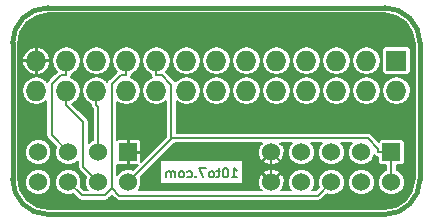
<source format=gbl>
%FSLAX34Y34*%
G04 Gerber Fmt 3.4, Leading zero omitted, Abs format*
G04 (created by PCBNEW (2014-03-19 BZR 4756)-product) date Tue 03 Jun 2014 23:20:07 BST*
%MOIN*%
G01*
G70*
G90*
G04 APERTURE LIST*
%ADD10C,0.005906*%
%ADD11C,0.015000*%
%ADD12C,0.007875*%
%ADD13R,0.060000X0.060000*%
%ADD14C,0.060000*%
%ADD15R,0.068000X0.068000*%
%ADD16O,0.068000X0.068000*%
%ADD17C,0.008000*%
%ADD18C,0.007087*%
G04 APERTURE END LIST*
G54D10*
G54D11*
X56535Y-39566D02*
X67756Y-39566D01*
X55354Y-45275D02*
X55354Y-40747D01*
X56535Y-46456D02*
X67756Y-46456D01*
X68937Y-45275D02*
X68937Y-40747D01*
X55354Y-45275D02*
G75*
G03X56535Y-46456I1181J0D01*
G74*
G01*
X56535Y-39566D02*
G75*
G03X55354Y-40747I0J-1181D01*
G74*
G01*
X67756Y-46456D02*
G75*
G03X68937Y-45275I0J1181D01*
G74*
G01*
X68937Y-40747D02*
G75*
G03X67756Y-39566I-1181J0D01*
G74*
G01*
G54D12*
X62659Y-45220D02*
X62839Y-45220D01*
X62749Y-45220D02*
X62749Y-44905D01*
X62779Y-44950D01*
X62809Y-44980D01*
X62839Y-44995D01*
X62464Y-44905D02*
X62434Y-44905D01*
X62404Y-44920D01*
X62389Y-44935D01*
X62374Y-44965D01*
X62359Y-45025D01*
X62359Y-45100D01*
X62374Y-45160D01*
X62389Y-45190D01*
X62404Y-45205D01*
X62434Y-45220D01*
X62464Y-45220D01*
X62494Y-45205D01*
X62509Y-45190D01*
X62524Y-45160D01*
X62539Y-45100D01*
X62539Y-45025D01*
X62524Y-44965D01*
X62509Y-44935D01*
X62494Y-44920D01*
X62464Y-44905D01*
X62269Y-45010D02*
X62149Y-45010D01*
X62224Y-44905D02*
X62224Y-45175D01*
X62209Y-45205D01*
X62179Y-45220D01*
X62149Y-45220D01*
X61999Y-45220D02*
X62029Y-45205D01*
X62044Y-45190D01*
X62059Y-45160D01*
X62059Y-45070D01*
X62044Y-45040D01*
X62029Y-45025D01*
X61999Y-45010D01*
X61954Y-45010D01*
X61924Y-45025D01*
X61909Y-45040D01*
X61894Y-45070D01*
X61894Y-45160D01*
X61909Y-45190D01*
X61924Y-45205D01*
X61954Y-45220D01*
X61999Y-45220D01*
X61789Y-44905D02*
X61579Y-44905D01*
X61714Y-45220D01*
X61459Y-45190D02*
X61444Y-45205D01*
X61459Y-45220D01*
X61474Y-45205D01*
X61459Y-45190D01*
X61459Y-45220D01*
X61174Y-45205D02*
X61204Y-45220D01*
X61264Y-45220D01*
X61294Y-45205D01*
X61309Y-45190D01*
X61324Y-45160D01*
X61324Y-45070D01*
X61309Y-45040D01*
X61294Y-45025D01*
X61264Y-45010D01*
X61204Y-45010D01*
X61174Y-45025D01*
X60994Y-45220D02*
X61024Y-45205D01*
X61039Y-45190D01*
X61054Y-45160D01*
X61054Y-45070D01*
X61039Y-45040D01*
X61024Y-45025D01*
X60994Y-45010D01*
X60949Y-45010D01*
X60919Y-45025D01*
X60904Y-45040D01*
X60889Y-45070D01*
X60889Y-45160D01*
X60904Y-45190D01*
X60919Y-45205D01*
X60949Y-45220D01*
X60994Y-45220D01*
X60754Y-45220D02*
X60754Y-45010D01*
X60754Y-45040D02*
X60739Y-45025D01*
X60709Y-45010D01*
X60664Y-45010D01*
X60634Y-45025D01*
X60619Y-45055D01*
X60619Y-45220D01*
X60619Y-45055D02*
X60604Y-45025D01*
X60574Y-45010D01*
X60529Y-45010D01*
X60499Y-45025D01*
X60484Y-45055D01*
X60484Y-45220D01*
G54D13*
X59216Y-44381D03*
G54D14*
X59216Y-45381D03*
X58216Y-44381D03*
X58216Y-45381D03*
X57216Y-44381D03*
X57216Y-45381D03*
X56216Y-44381D03*
X56216Y-45381D03*
G54D15*
X68146Y-41330D03*
G54D16*
X68146Y-42330D03*
X67146Y-41330D03*
X67146Y-42330D03*
X66146Y-41330D03*
X66146Y-42330D03*
X65146Y-41330D03*
X65146Y-42330D03*
X64146Y-41330D03*
X64146Y-42330D03*
X63146Y-41330D03*
X63146Y-42330D03*
X62146Y-41330D03*
X62146Y-42330D03*
X61146Y-41330D03*
X61146Y-42330D03*
X60146Y-41330D03*
X60146Y-42330D03*
X59146Y-41330D03*
X59146Y-42330D03*
X58146Y-41330D03*
X58146Y-42330D03*
X57146Y-41330D03*
X57146Y-42330D03*
X56146Y-41330D03*
X56146Y-42330D03*
G54D13*
X67984Y-44381D03*
G54D14*
X67984Y-45381D03*
X66984Y-44381D03*
X66984Y-45381D03*
X65984Y-44381D03*
X65984Y-45381D03*
X64984Y-44381D03*
X64984Y-45381D03*
X63984Y-44381D03*
X63984Y-45381D03*
G54D17*
X58216Y-42881D02*
X58216Y-44381D01*
X58146Y-42810D02*
X58216Y-42881D01*
X58146Y-42330D02*
X58146Y-42810D01*
X57716Y-44881D02*
X58216Y-45381D01*
X57716Y-43381D02*
X57716Y-44881D01*
X57146Y-42810D02*
X57716Y-43381D01*
X57146Y-42330D02*
X57146Y-42810D01*
X59146Y-41330D02*
X59146Y-41810D01*
X58913Y-45828D02*
X58665Y-45581D01*
X65537Y-45828D02*
X58913Y-45828D01*
X65984Y-45381D02*
X65537Y-45828D01*
X58665Y-42110D02*
X58665Y-45581D01*
X58965Y-41810D02*
X58665Y-42110D01*
X59146Y-41810D02*
X58965Y-41810D01*
X57659Y-45823D02*
X57216Y-45381D01*
X58423Y-45823D02*
X57659Y-45823D01*
X58665Y-45581D02*
X58423Y-45823D01*
X56657Y-43821D02*
X57216Y-44381D01*
X56657Y-42119D02*
X56657Y-43821D01*
X56966Y-41810D02*
X56657Y-42119D01*
X57146Y-41810D02*
X56966Y-41810D01*
X57146Y-41330D02*
X57146Y-41810D01*
X60146Y-41330D02*
X60146Y-41810D01*
X67984Y-45381D02*
X67984Y-44381D01*
X67187Y-43914D02*
X60646Y-43914D01*
X67544Y-44271D02*
X67187Y-43914D01*
X67544Y-44381D02*
X67544Y-44271D01*
X60646Y-42130D02*
X60646Y-43914D01*
X60326Y-41810D02*
X60646Y-42130D01*
X60146Y-41810D02*
X60326Y-41810D01*
X60646Y-43952D02*
X59216Y-45381D01*
X60646Y-43914D02*
X60646Y-43952D01*
X67984Y-44381D02*
X67544Y-44381D01*
X63984Y-45381D02*
X63984Y-44381D01*
X56626Y-41131D02*
X56626Y-41330D01*
X56915Y-40842D02*
X56626Y-41131D01*
X59337Y-40842D02*
X56915Y-40842D01*
X59646Y-41150D02*
X59337Y-40842D01*
X59646Y-43512D02*
X59646Y-41150D01*
X59216Y-43941D02*
X59646Y-43512D01*
X59216Y-44381D02*
X59216Y-43941D01*
X56146Y-41330D02*
X56626Y-41330D01*
G54D10*
G36*
X68756Y-45257D02*
X68676Y-45656D01*
X68630Y-45725D01*
X68630Y-42330D01*
X68621Y-42283D01*
X68621Y-41697D01*
X68621Y-41643D01*
X68621Y-40963D01*
X68600Y-40913D01*
X68562Y-40875D01*
X68513Y-40854D01*
X68459Y-40854D01*
X67779Y-40854D01*
X67729Y-40875D01*
X67691Y-40913D01*
X67670Y-40963D01*
X67670Y-41017D01*
X67670Y-41697D01*
X67691Y-41747D01*
X67729Y-41785D01*
X67779Y-41805D01*
X67833Y-41805D01*
X68513Y-41805D01*
X68562Y-41785D01*
X68600Y-41747D01*
X68621Y-41697D01*
X68621Y-42283D01*
X68594Y-42148D01*
X68491Y-41994D01*
X68337Y-41891D01*
X68155Y-41854D01*
X68136Y-41854D01*
X67954Y-41891D01*
X67800Y-41994D01*
X67697Y-42148D01*
X67661Y-42330D01*
X67697Y-42512D01*
X67800Y-42666D01*
X67954Y-42769D01*
X68136Y-42805D01*
X68155Y-42805D01*
X68337Y-42769D01*
X68491Y-42666D01*
X68594Y-42512D01*
X68630Y-42330D01*
X68630Y-45725D01*
X68460Y-45979D01*
X68420Y-46006D01*
X68420Y-45295D01*
X68354Y-45135D01*
X68231Y-45012D01*
X68160Y-44982D01*
X68160Y-44816D01*
X68311Y-44816D01*
X68361Y-44796D01*
X68399Y-44758D01*
X68420Y-44708D01*
X68420Y-44654D01*
X68420Y-44054D01*
X68399Y-44004D01*
X68361Y-43966D01*
X68311Y-43946D01*
X68257Y-43946D01*
X67657Y-43946D01*
X67630Y-43957D01*
X67630Y-42330D01*
X67630Y-41330D01*
X67594Y-41148D01*
X67491Y-40994D01*
X67337Y-40891D01*
X67155Y-40854D01*
X67136Y-40854D01*
X66954Y-40891D01*
X66800Y-40994D01*
X66697Y-41148D01*
X66661Y-41330D01*
X66697Y-41512D01*
X66800Y-41666D01*
X66954Y-41769D01*
X67136Y-41805D01*
X67155Y-41805D01*
X67337Y-41769D01*
X67491Y-41666D01*
X67594Y-41512D01*
X67630Y-41330D01*
X67630Y-42330D01*
X67594Y-42148D01*
X67491Y-41994D01*
X67337Y-41891D01*
X67155Y-41854D01*
X67136Y-41854D01*
X66954Y-41891D01*
X66800Y-41994D01*
X66697Y-42148D01*
X66661Y-42330D01*
X66697Y-42512D01*
X66800Y-42666D01*
X66954Y-42769D01*
X67136Y-42805D01*
X67155Y-42805D01*
X67337Y-42769D01*
X67491Y-42666D01*
X67594Y-42512D01*
X67630Y-42330D01*
X67630Y-43957D01*
X67607Y-43966D01*
X67569Y-44004D01*
X67556Y-44035D01*
X67311Y-43790D01*
X67254Y-43752D01*
X67187Y-43739D01*
X66630Y-43739D01*
X66630Y-42330D01*
X66630Y-41330D01*
X66594Y-41148D01*
X66491Y-40994D01*
X66337Y-40891D01*
X66155Y-40854D01*
X66136Y-40854D01*
X65954Y-40891D01*
X65800Y-40994D01*
X65697Y-41148D01*
X65661Y-41330D01*
X65697Y-41512D01*
X65800Y-41666D01*
X65954Y-41769D01*
X66136Y-41805D01*
X66155Y-41805D01*
X66337Y-41769D01*
X66491Y-41666D01*
X66594Y-41512D01*
X66630Y-41330D01*
X66630Y-42330D01*
X66594Y-42148D01*
X66491Y-41994D01*
X66337Y-41891D01*
X66155Y-41854D01*
X66136Y-41854D01*
X65954Y-41891D01*
X65800Y-41994D01*
X65697Y-42148D01*
X65661Y-42330D01*
X65697Y-42512D01*
X65800Y-42666D01*
X65954Y-42769D01*
X66136Y-42805D01*
X66155Y-42805D01*
X66337Y-42769D01*
X66491Y-42666D01*
X66594Y-42512D01*
X66630Y-42330D01*
X66630Y-43739D01*
X65630Y-43739D01*
X65630Y-42330D01*
X65630Y-41330D01*
X65594Y-41148D01*
X65491Y-40994D01*
X65337Y-40891D01*
X65155Y-40854D01*
X65136Y-40854D01*
X64954Y-40891D01*
X64800Y-40994D01*
X64697Y-41148D01*
X64661Y-41330D01*
X64697Y-41512D01*
X64800Y-41666D01*
X64954Y-41769D01*
X65136Y-41805D01*
X65155Y-41805D01*
X65337Y-41769D01*
X65491Y-41666D01*
X65594Y-41512D01*
X65630Y-41330D01*
X65630Y-42330D01*
X65594Y-42148D01*
X65491Y-41994D01*
X65337Y-41891D01*
X65155Y-41854D01*
X65136Y-41854D01*
X64954Y-41891D01*
X64800Y-41994D01*
X64697Y-42148D01*
X64661Y-42330D01*
X64697Y-42512D01*
X64800Y-42666D01*
X64954Y-42769D01*
X65136Y-42805D01*
X65155Y-42805D01*
X65337Y-42769D01*
X65491Y-42666D01*
X65594Y-42512D01*
X65630Y-42330D01*
X65630Y-43739D01*
X64630Y-43739D01*
X64630Y-42330D01*
X64630Y-41330D01*
X64594Y-41148D01*
X64491Y-40994D01*
X64337Y-40891D01*
X64155Y-40854D01*
X64136Y-40854D01*
X63954Y-40891D01*
X63800Y-40994D01*
X63697Y-41148D01*
X63661Y-41330D01*
X63697Y-41512D01*
X63800Y-41666D01*
X63954Y-41769D01*
X64136Y-41805D01*
X64155Y-41805D01*
X64337Y-41769D01*
X64491Y-41666D01*
X64594Y-41512D01*
X64630Y-41330D01*
X64630Y-42330D01*
X64594Y-42148D01*
X64491Y-41994D01*
X64337Y-41891D01*
X64155Y-41854D01*
X64136Y-41854D01*
X63954Y-41891D01*
X63800Y-41994D01*
X63697Y-42148D01*
X63661Y-42330D01*
X63697Y-42512D01*
X63800Y-42666D01*
X63954Y-42769D01*
X64136Y-42805D01*
X64155Y-42805D01*
X64337Y-42769D01*
X64491Y-42666D01*
X64594Y-42512D01*
X64630Y-42330D01*
X64630Y-43739D01*
X63630Y-43739D01*
X63630Y-42330D01*
X63630Y-41330D01*
X63594Y-41148D01*
X63491Y-40994D01*
X63337Y-40891D01*
X63155Y-40854D01*
X63136Y-40854D01*
X62954Y-40891D01*
X62800Y-40994D01*
X62697Y-41148D01*
X62661Y-41330D01*
X62697Y-41512D01*
X62800Y-41666D01*
X62954Y-41769D01*
X63136Y-41805D01*
X63155Y-41805D01*
X63337Y-41769D01*
X63491Y-41666D01*
X63594Y-41512D01*
X63630Y-41330D01*
X63630Y-42330D01*
X63594Y-42148D01*
X63491Y-41994D01*
X63337Y-41891D01*
X63155Y-41854D01*
X63136Y-41854D01*
X62954Y-41891D01*
X62800Y-41994D01*
X62697Y-42148D01*
X62661Y-42330D01*
X62697Y-42512D01*
X62800Y-42666D01*
X62954Y-42769D01*
X63136Y-42805D01*
X63155Y-42805D01*
X63337Y-42769D01*
X63491Y-42666D01*
X63594Y-42512D01*
X63630Y-42330D01*
X63630Y-43739D01*
X62630Y-43739D01*
X62630Y-42330D01*
X62630Y-41330D01*
X62594Y-41148D01*
X62491Y-40994D01*
X62337Y-40891D01*
X62155Y-40854D01*
X62136Y-40854D01*
X61954Y-40891D01*
X61800Y-40994D01*
X61697Y-41148D01*
X61661Y-41330D01*
X61697Y-41512D01*
X61800Y-41666D01*
X61954Y-41769D01*
X62136Y-41805D01*
X62155Y-41805D01*
X62337Y-41769D01*
X62491Y-41666D01*
X62594Y-41512D01*
X62630Y-41330D01*
X62630Y-42330D01*
X62594Y-42148D01*
X62491Y-41994D01*
X62337Y-41891D01*
X62155Y-41854D01*
X62136Y-41854D01*
X61954Y-41891D01*
X61800Y-41994D01*
X61697Y-42148D01*
X61661Y-42330D01*
X61697Y-42512D01*
X61800Y-42666D01*
X61954Y-42769D01*
X62136Y-42805D01*
X62155Y-42805D01*
X62337Y-42769D01*
X62491Y-42666D01*
X62594Y-42512D01*
X62630Y-42330D01*
X62630Y-43739D01*
X60821Y-43739D01*
X60821Y-42680D01*
X60954Y-42769D01*
X61136Y-42805D01*
X61155Y-42805D01*
X61337Y-42769D01*
X61491Y-42666D01*
X61594Y-42512D01*
X61630Y-42330D01*
X61630Y-41330D01*
X61594Y-41148D01*
X61491Y-40994D01*
X61337Y-40891D01*
X61155Y-40854D01*
X61136Y-40854D01*
X60954Y-40891D01*
X60800Y-40994D01*
X60697Y-41148D01*
X60661Y-41330D01*
X60697Y-41512D01*
X60800Y-41666D01*
X60954Y-41769D01*
X61136Y-41805D01*
X61155Y-41805D01*
X61337Y-41769D01*
X61491Y-41666D01*
X61594Y-41512D01*
X61630Y-41330D01*
X61630Y-42330D01*
X61594Y-42148D01*
X61491Y-41994D01*
X61337Y-41891D01*
X61155Y-41854D01*
X61136Y-41854D01*
X60954Y-41891D01*
X60800Y-41994D01*
X60781Y-42023D01*
X60770Y-42006D01*
X60454Y-41691D01*
X60491Y-41666D01*
X60594Y-41512D01*
X60630Y-41330D01*
X60594Y-41148D01*
X60491Y-40994D01*
X60337Y-40891D01*
X60155Y-40854D01*
X60136Y-40854D01*
X59954Y-40891D01*
X59800Y-40994D01*
X59697Y-41148D01*
X59661Y-41330D01*
X59697Y-41512D01*
X59800Y-41666D01*
X59954Y-41769D01*
X59970Y-41772D01*
X59970Y-41810D01*
X59983Y-41877D01*
X59988Y-41884D01*
X59954Y-41891D01*
X59800Y-41994D01*
X59697Y-42148D01*
X59661Y-42330D01*
X59697Y-42512D01*
X59800Y-42666D01*
X59954Y-42769D01*
X60136Y-42805D01*
X60155Y-42805D01*
X60337Y-42769D01*
X60470Y-42680D01*
X60470Y-43879D01*
X59650Y-44699D01*
X59650Y-44654D01*
X59650Y-44428D01*
X59650Y-44334D01*
X59650Y-44108D01*
X59650Y-44054D01*
X59630Y-44005D01*
X59592Y-43968D01*
X59543Y-43947D01*
X59264Y-43947D01*
X59230Y-43981D01*
X59230Y-44367D01*
X59617Y-44367D01*
X59650Y-44334D01*
X59650Y-44428D01*
X59617Y-44395D01*
X59230Y-44395D01*
X59230Y-44781D01*
X59264Y-44815D01*
X59534Y-44815D01*
X59374Y-44975D01*
X59303Y-44946D01*
X59130Y-44945D01*
X58970Y-45012D01*
X58848Y-45134D01*
X58841Y-45150D01*
X58841Y-44795D01*
X58890Y-44815D01*
X59169Y-44815D01*
X59203Y-44781D01*
X59203Y-44395D01*
X59195Y-44395D01*
X59195Y-44367D01*
X59203Y-44367D01*
X59203Y-43981D01*
X59169Y-43947D01*
X58890Y-43947D01*
X58841Y-43967D01*
X58841Y-42693D01*
X58954Y-42769D01*
X59136Y-42805D01*
X59155Y-42805D01*
X59337Y-42769D01*
X59491Y-42666D01*
X59594Y-42512D01*
X59630Y-42330D01*
X59594Y-42148D01*
X59491Y-41994D01*
X59337Y-41891D01*
X59303Y-41884D01*
X59308Y-41877D01*
X59321Y-41810D01*
X59321Y-41772D01*
X59337Y-41769D01*
X59491Y-41666D01*
X59594Y-41512D01*
X59630Y-41330D01*
X59594Y-41148D01*
X59491Y-40994D01*
X59337Y-40891D01*
X59155Y-40854D01*
X59136Y-40854D01*
X58954Y-40891D01*
X58800Y-40994D01*
X58697Y-41148D01*
X58661Y-41330D01*
X58697Y-41512D01*
X58800Y-41666D01*
X58837Y-41691D01*
X58630Y-41897D01*
X58630Y-41330D01*
X58594Y-41148D01*
X58491Y-40994D01*
X58337Y-40891D01*
X58155Y-40854D01*
X58136Y-40854D01*
X57954Y-40891D01*
X57800Y-40994D01*
X57697Y-41148D01*
X57661Y-41330D01*
X57697Y-41512D01*
X57800Y-41666D01*
X57954Y-41769D01*
X58136Y-41805D01*
X58155Y-41805D01*
X58337Y-41769D01*
X58491Y-41666D01*
X58594Y-41512D01*
X58630Y-41330D01*
X58630Y-41897D01*
X58541Y-41986D01*
X58514Y-42027D01*
X58491Y-41994D01*
X58337Y-41891D01*
X58155Y-41854D01*
X58136Y-41854D01*
X57954Y-41891D01*
X57800Y-41994D01*
X57697Y-42148D01*
X57661Y-42330D01*
X57697Y-42512D01*
X57800Y-42666D01*
X57954Y-42769D01*
X57970Y-42772D01*
X57970Y-42810D01*
X57983Y-42877D01*
X58022Y-42934D01*
X58041Y-42953D01*
X58041Y-43982D01*
X57970Y-44012D01*
X57892Y-44090D01*
X57892Y-43381D01*
X57892Y-43381D01*
X57892Y-43381D01*
X57879Y-43314D01*
X57840Y-43257D01*
X57346Y-42763D01*
X57491Y-42666D01*
X57594Y-42512D01*
X57630Y-42330D01*
X57594Y-42148D01*
X57491Y-41994D01*
X57337Y-41891D01*
X57303Y-41884D01*
X57308Y-41877D01*
X57321Y-41810D01*
X57321Y-41772D01*
X57337Y-41769D01*
X57491Y-41666D01*
X57594Y-41512D01*
X57630Y-41330D01*
X57594Y-41148D01*
X57491Y-40994D01*
X57337Y-40891D01*
X57155Y-40854D01*
X57136Y-40854D01*
X56954Y-40891D01*
X56800Y-40994D01*
X56697Y-41148D01*
X56661Y-41330D01*
X56697Y-41512D01*
X56800Y-41666D01*
X56837Y-41691D01*
X56611Y-41916D01*
X56611Y-41418D01*
X56611Y-41242D01*
X56609Y-41233D01*
X56537Y-41063D01*
X56405Y-40933D01*
X56233Y-40864D01*
X56159Y-40890D01*
X56159Y-41316D01*
X56586Y-41316D01*
X56611Y-41242D01*
X56611Y-41418D01*
X56586Y-41344D01*
X56159Y-41344D01*
X56159Y-41770D01*
X56233Y-41795D01*
X56405Y-41726D01*
X56537Y-41597D01*
X56609Y-41427D01*
X56611Y-41418D01*
X56611Y-41916D01*
X56533Y-41995D01*
X56512Y-42025D01*
X56491Y-41994D01*
X56337Y-41891D01*
X56155Y-41854D01*
X56136Y-41854D01*
X56132Y-41855D01*
X56132Y-41770D01*
X56132Y-41344D01*
X56132Y-41316D01*
X56132Y-40890D01*
X56058Y-40864D01*
X55886Y-40933D01*
X55754Y-41063D01*
X55682Y-41233D01*
X55680Y-41242D01*
X55705Y-41316D01*
X56132Y-41316D01*
X56132Y-41344D01*
X55705Y-41344D01*
X55680Y-41418D01*
X55682Y-41427D01*
X55754Y-41597D01*
X55886Y-41726D01*
X56058Y-41795D01*
X56132Y-41770D01*
X56132Y-41855D01*
X55954Y-41891D01*
X55800Y-41994D01*
X55697Y-42148D01*
X55661Y-42330D01*
X55697Y-42512D01*
X55800Y-42666D01*
X55954Y-42769D01*
X56136Y-42805D01*
X56155Y-42805D01*
X56337Y-42769D01*
X56481Y-42673D01*
X56481Y-43821D01*
X56495Y-43888D01*
X56533Y-43945D01*
X56810Y-44223D01*
X56781Y-44294D01*
X56781Y-44467D01*
X56847Y-44627D01*
X56969Y-44750D01*
X57129Y-44816D01*
X57303Y-44817D01*
X57463Y-44750D01*
X57541Y-44672D01*
X57541Y-44881D01*
X57554Y-44948D01*
X57592Y-45005D01*
X57810Y-45223D01*
X57781Y-45294D01*
X57781Y-45467D01*
X57847Y-45627D01*
X57867Y-45648D01*
X57731Y-45648D01*
X57622Y-45539D01*
X57652Y-45468D01*
X57652Y-45295D01*
X57586Y-45135D01*
X57463Y-45012D01*
X57303Y-44946D01*
X57130Y-44945D01*
X56970Y-45012D01*
X56848Y-45134D01*
X56781Y-45294D01*
X56781Y-45467D01*
X56847Y-45627D01*
X56969Y-45750D01*
X57129Y-45816D01*
X57303Y-45817D01*
X57374Y-45787D01*
X57535Y-45947D01*
X57591Y-45985D01*
X57659Y-45999D01*
X58423Y-45999D01*
X58490Y-45985D01*
X58547Y-45947D01*
X58665Y-45829D01*
X58789Y-45952D01*
X58789Y-45952D01*
X58789Y-45952D01*
X58846Y-45990D01*
X58846Y-45990D01*
X58857Y-45992D01*
X58913Y-46003D01*
X58913Y-46003D01*
X58913Y-46003D01*
X65537Y-46003D01*
X65604Y-45990D01*
X65661Y-45952D01*
X65826Y-45787D01*
X65897Y-45816D01*
X66070Y-45817D01*
X66230Y-45750D01*
X66353Y-45628D01*
X66420Y-45468D01*
X66420Y-45295D01*
X66354Y-45135D01*
X66231Y-45012D01*
X66071Y-44946D01*
X65898Y-44945D01*
X65738Y-45012D01*
X65615Y-45134D01*
X65549Y-45294D01*
X65549Y-45467D01*
X65578Y-45539D01*
X65465Y-45652D01*
X65329Y-45652D01*
X65353Y-45628D01*
X65420Y-45468D01*
X65420Y-45295D01*
X65354Y-45135D01*
X65231Y-45012D01*
X65071Y-44946D01*
X64898Y-44945D01*
X64738Y-45012D01*
X64615Y-45134D01*
X64549Y-45294D01*
X64549Y-45467D01*
X64615Y-45627D01*
X64640Y-45652D01*
X64300Y-45652D01*
X64350Y-45630D01*
X64417Y-45471D01*
X64419Y-45298D01*
X64354Y-45138D01*
X64350Y-45132D01*
X64283Y-45102D01*
X64263Y-45121D01*
X64263Y-45082D01*
X64263Y-44680D01*
X63984Y-44400D01*
X63965Y-44420D01*
X63705Y-44680D01*
X63735Y-44747D01*
X63894Y-44814D01*
X64067Y-44816D01*
X64227Y-44751D01*
X64233Y-44747D01*
X64263Y-44680D01*
X64263Y-45082D01*
X64233Y-45015D01*
X64074Y-44948D01*
X63901Y-44946D01*
X63741Y-45011D01*
X63735Y-45015D01*
X63705Y-45082D01*
X63984Y-45362D01*
X64263Y-45082D01*
X64263Y-45121D01*
X64004Y-45381D01*
X64009Y-45387D01*
X63990Y-45406D01*
X63984Y-45400D01*
X63979Y-45406D01*
X63959Y-45387D01*
X63965Y-45381D01*
X63685Y-45102D01*
X63618Y-45132D01*
X63551Y-45291D01*
X63550Y-45464D01*
X63614Y-45624D01*
X63618Y-45630D01*
X63668Y-45652D01*
X63044Y-45652D01*
X63044Y-45444D01*
X63044Y-44633D01*
X60263Y-44633D01*
X60263Y-45444D01*
X63044Y-45444D01*
X63044Y-45652D01*
X59561Y-45652D01*
X59585Y-45628D01*
X59652Y-45468D01*
X59652Y-45295D01*
X59622Y-45223D01*
X60756Y-44090D01*
X63673Y-44090D01*
X63685Y-44102D01*
X63618Y-44132D01*
X63551Y-44291D01*
X63550Y-44464D01*
X63614Y-44624D01*
X63618Y-44630D01*
X63685Y-44660D01*
X63965Y-44381D01*
X63959Y-44375D01*
X63979Y-44356D01*
X63984Y-44362D01*
X63990Y-44356D01*
X64009Y-44375D01*
X64004Y-44381D01*
X64283Y-44660D01*
X64350Y-44630D01*
X64417Y-44471D01*
X64419Y-44298D01*
X64354Y-44138D01*
X64350Y-44132D01*
X64283Y-44102D01*
X64295Y-44090D01*
X64660Y-44090D01*
X64615Y-44134D01*
X64549Y-44294D01*
X64549Y-44467D01*
X64615Y-44627D01*
X64737Y-44750D01*
X64897Y-44816D01*
X65070Y-44817D01*
X65230Y-44750D01*
X65353Y-44628D01*
X65420Y-44468D01*
X65420Y-44295D01*
X65354Y-44135D01*
X65308Y-44090D01*
X65660Y-44090D01*
X65615Y-44134D01*
X65549Y-44294D01*
X65549Y-44467D01*
X65615Y-44627D01*
X65737Y-44750D01*
X65897Y-44816D01*
X66070Y-44817D01*
X66230Y-44750D01*
X66353Y-44628D01*
X66420Y-44468D01*
X66420Y-44295D01*
X66354Y-44135D01*
X66308Y-44090D01*
X66660Y-44090D01*
X66615Y-44134D01*
X66549Y-44294D01*
X66549Y-44467D01*
X66615Y-44627D01*
X66737Y-44750D01*
X66897Y-44816D01*
X67070Y-44817D01*
X67230Y-44750D01*
X67353Y-44628D01*
X67410Y-44490D01*
X67420Y-44505D01*
X67477Y-44543D01*
X67544Y-44556D01*
X67549Y-44556D01*
X67549Y-44708D01*
X67569Y-44758D01*
X67607Y-44796D01*
X67657Y-44816D01*
X67711Y-44816D01*
X67809Y-44816D01*
X67809Y-44982D01*
X67738Y-45012D01*
X67615Y-45134D01*
X67549Y-45294D01*
X67549Y-45467D01*
X67615Y-45627D01*
X67737Y-45750D01*
X67897Y-45816D01*
X68070Y-45817D01*
X68230Y-45750D01*
X68353Y-45628D01*
X68420Y-45468D01*
X68420Y-45295D01*
X68420Y-46006D01*
X68137Y-46195D01*
X67738Y-46275D01*
X67420Y-46275D01*
X67420Y-45295D01*
X67354Y-45135D01*
X67231Y-45012D01*
X67071Y-44946D01*
X66898Y-44945D01*
X66738Y-45012D01*
X66615Y-45134D01*
X66549Y-45294D01*
X66549Y-45467D01*
X66615Y-45627D01*
X66737Y-45750D01*
X66897Y-45816D01*
X67070Y-45817D01*
X67230Y-45750D01*
X67353Y-45628D01*
X67420Y-45468D01*
X67420Y-45295D01*
X67420Y-46275D01*
X56652Y-46275D01*
X56652Y-45295D01*
X56652Y-44295D01*
X56586Y-44135D01*
X56463Y-44012D01*
X56303Y-43946D01*
X56130Y-43945D01*
X55970Y-44012D01*
X55848Y-44134D01*
X55781Y-44294D01*
X55781Y-44467D01*
X55847Y-44627D01*
X55969Y-44750D01*
X56129Y-44816D01*
X56303Y-44817D01*
X56463Y-44750D01*
X56585Y-44628D01*
X56652Y-44468D01*
X56652Y-44295D01*
X56652Y-45295D01*
X56586Y-45135D01*
X56463Y-45012D01*
X56303Y-44946D01*
X56130Y-44945D01*
X55970Y-45012D01*
X55848Y-45134D01*
X55781Y-45294D01*
X55781Y-45467D01*
X55847Y-45627D01*
X55969Y-45750D01*
X56129Y-45816D01*
X56303Y-45817D01*
X56463Y-45750D01*
X56585Y-45628D01*
X56652Y-45468D01*
X56652Y-45295D01*
X56652Y-46275D01*
X56553Y-46275D01*
X56154Y-46195D01*
X55831Y-45979D01*
X55615Y-45656D01*
X55536Y-45257D01*
X55536Y-40765D01*
X55615Y-40366D01*
X55831Y-40043D01*
X56154Y-39827D01*
X56553Y-39747D01*
X67738Y-39747D01*
X68137Y-39827D01*
X68460Y-40043D01*
X68676Y-40366D01*
X68756Y-40765D01*
X68756Y-45257D01*
X68756Y-45257D01*
G37*
G54D18*
X68756Y-45257D02*
X68676Y-45656D01*
X68630Y-45725D01*
X68630Y-42330D01*
X68621Y-42283D01*
X68621Y-41697D01*
X68621Y-41643D01*
X68621Y-40963D01*
X68600Y-40913D01*
X68562Y-40875D01*
X68513Y-40854D01*
X68459Y-40854D01*
X67779Y-40854D01*
X67729Y-40875D01*
X67691Y-40913D01*
X67670Y-40963D01*
X67670Y-41017D01*
X67670Y-41697D01*
X67691Y-41747D01*
X67729Y-41785D01*
X67779Y-41805D01*
X67833Y-41805D01*
X68513Y-41805D01*
X68562Y-41785D01*
X68600Y-41747D01*
X68621Y-41697D01*
X68621Y-42283D01*
X68594Y-42148D01*
X68491Y-41994D01*
X68337Y-41891D01*
X68155Y-41854D01*
X68136Y-41854D01*
X67954Y-41891D01*
X67800Y-41994D01*
X67697Y-42148D01*
X67661Y-42330D01*
X67697Y-42512D01*
X67800Y-42666D01*
X67954Y-42769D01*
X68136Y-42805D01*
X68155Y-42805D01*
X68337Y-42769D01*
X68491Y-42666D01*
X68594Y-42512D01*
X68630Y-42330D01*
X68630Y-45725D01*
X68460Y-45979D01*
X68420Y-46006D01*
X68420Y-45295D01*
X68354Y-45135D01*
X68231Y-45012D01*
X68160Y-44982D01*
X68160Y-44816D01*
X68311Y-44816D01*
X68361Y-44796D01*
X68399Y-44758D01*
X68420Y-44708D01*
X68420Y-44654D01*
X68420Y-44054D01*
X68399Y-44004D01*
X68361Y-43966D01*
X68311Y-43946D01*
X68257Y-43946D01*
X67657Y-43946D01*
X67630Y-43957D01*
X67630Y-42330D01*
X67630Y-41330D01*
X67594Y-41148D01*
X67491Y-40994D01*
X67337Y-40891D01*
X67155Y-40854D01*
X67136Y-40854D01*
X66954Y-40891D01*
X66800Y-40994D01*
X66697Y-41148D01*
X66661Y-41330D01*
X66697Y-41512D01*
X66800Y-41666D01*
X66954Y-41769D01*
X67136Y-41805D01*
X67155Y-41805D01*
X67337Y-41769D01*
X67491Y-41666D01*
X67594Y-41512D01*
X67630Y-41330D01*
X67630Y-42330D01*
X67594Y-42148D01*
X67491Y-41994D01*
X67337Y-41891D01*
X67155Y-41854D01*
X67136Y-41854D01*
X66954Y-41891D01*
X66800Y-41994D01*
X66697Y-42148D01*
X66661Y-42330D01*
X66697Y-42512D01*
X66800Y-42666D01*
X66954Y-42769D01*
X67136Y-42805D01*
X67155Y-42805D01*
X67337Y-42769D01*
X67491Y-42666D01*
X67594Y-42512D01*
X67630Y-42330D01*
X67630Y-43957D01*
X67607Y-43966D01*
X67569Y-44004D01*
X67556Y-44035D01*
X67311Y-43790D01*
X67254Y-43752D01*
X67187Y-43739D01*
X66630Y-43739D01*
X66630Y-42330D01*
X66630Y-41330D01*
X66594Y-41148D01*
X66491Y-40994D01*
X66337Y-40891D01*
X66155Y-40854D01*
X66136Y-40854D01*
X65954Y-40891D01*
X65800Y-40994D01*
X65697Y-41148D01*
X65661Y-41330D01*
X65697Y-41512D01*
X65800Y-41666D01*
X65954Y-41769D01*
X66136Y-41805D01*
X66155Y-41805D01*
X66337Y-41769D01*
X66491Y-41666D01*
X66594Y-41512D01*
X66630Y-41330D01*
X66630Y-42330D01*
X66594Y-42148D01*
X66491Y-41994D01*
X66337Y-41891D01*
X66155Y-41854D01*
X66136Y-41854D01*
X65954Y-41891D01*
X65800Y-41994D01*
X65697Y-42148D01*
X65661Y-42330D01*
X65697Y-42512D01*
X65800Y-42666D01*
X65954Y-42769D01*
X66136Y-42805D01*
X66155Y-42805D01*
X66337Y-42769D01*
X66491Y-42666D01*
X66594Y-42512D01*
X66630Y-42330D01*
X66630Y-43739D01*
X65630Y-43739D01*
X65630Y-42330D01*
X65630Y-41330D01*
X65594Y-41148D01*
X65491Y-40994D01*
X65337Y-40891D01*
X65155Y-40854D01*
X65136Y-40854D01*
X64954Y-40891D01*
X64800Y-40994D01*
X64697Y-41148D01*
X64661Y-41330D01*
X64697Y-41512D01*
X64800Y-41666D01*
X64954Y-41769D01*
X65136Y-41805D01*
X65155Y-41805D01*
X65337Y-41769D01*
X65491Y-41666D01*
X65594Y-41512D01*
X65630Y-41330D01*
X65630Y-42330D01*
X65594Y-42148D01*
X65491Y-41994D01*
X65337Y-41891D01*
X65155Y-41854D01*
X65136Y-41854D01*
X64954Y-41891D01*
X64800Y-41994D01*
X64697Y-42148D01*
X64661Y-42330D01*
X64697Y-42512D01*
X64800Y-42666D01*
X64954Y-42769D01*
X65136Y-42805D01*
X65155Y-42805D01*
X65337Y-42769D01*
X65491Y-42666D01*
X65594Y-42512D01*
X65630Y-42330D01*
X65630Y-43739D01*
X64630Y-43739D01*
X64630Y-42330D01*
X64630Y-41330D01*
X64594Y-41148D01*
X64491Y-40994D01*
X64337Y-40891D01*
X64155Y-40854D01*
X64136Y-40854D01*
X63954Y-40891D01*
X63800Y-40994D01*
X63697Y-41148D01*
X63661Y-41330D01*
X63697Y-41512D01*
X63800Y-41666D01*
X63954Y-41769D01*
X64136Y-41805D01*
X64155Y-41805D01*
X64337Y-41769D01*
X64491Y-41666D01*
X64594Y-41512D01*
X64630Y-41330D01*
X64630Y-42330D01*
X64594Y-42148D01*
X64491Y-41994D01*
X64337Y-41891D01*
X64155Y-41854D01*
X64136Y-41854D01*
X63954Y-41891D01*
X63800Y-41994D01*
X63697Y-42148D01*
X63661Y-42330D01*
X63697Y-42512D01*
X63800Y-42666D01*
X63954Y-42769D01*
X64136Y-42805D01*
X64155Y-42805D01*
X64337Y-42769D01*
X64491Y-42666D01*
X64594Y-42512D01*
X64630Y-42330D01*
X64630Y-43739D01*
X63630Y-43739D01*
X63630Y-42330D01*
X63630Y-41330D01*
X63594Y-41148D01*
X63491Y-40994D01*
X63337Y-40891D01*
X63155Y-40854D01*
X63136Y-40854D01*
X62954Y-40891D01*
X62800Y-40994D01*
X62697Y-41148D01*
X62661Y-41330D01*
X62697Y-41512D01*
X62800Y-41666D01*
X62954Y-41769D01*
X63136Y-41805D01*
X63155Y-41805D01*
X63337Y-41769D01*
X63491Y-41666D01*
X63594Y-41512D01*
X63630Y-41330D01*
X63630Y-42330D01*
X63594Y-42148D01*
X63491Y-41994D01*
X63337Y-41891D01*
X63155Y-41854D01*
X63136Y-41854D01*
X62954Y-41891D01*
X62800Y-41994D01*
X62697Y-42148D01*
X62661Y-42330D01*
X62697Y-42512D01*
X62800Y-42666D01*
X62954Y-42769D01*
X63136Y-42805D01*
X63155Y-42805D01*
X63337Y-42769D01*
X63491Y-42666D01*
X63594Y-42512D01*
X63630Y-42330D01*
X63630Y-43739D01*
X62630Y-43739D01*
X62630Y-42330D01*
X62630Y-41330D01*
X62594Y-41148D01*
X62491Y-40994D01*
X62337Y-40891D01*
X62155Y-40854D01*
X62136Y-40854D01*
X61954Y-40891D01*
X61800Y-40994D01*
X61697Y-41148D01*
X61661Y-41330D01*
X61697Y-41512D01*
X61800Y-41666D01*
X61954Y-41769D01*
X62136Y-41805D01*
X62155Y-41805D01*
X62337Y-41769D01*
X62491Y-41666D01*
X62594Y-41512D01*
X62630Y-41330D01*
X62630Y-42330D01*
X62594Y-42148D01*
X62491Y-41994D01*
X62337Y-41891D01*
X62155Y-41854D01*
X62136Y-41854D01*
X61954Y-41891D01*
X61800Y-41994D01*
X61697Y-42148D01*
X61661Y-42330D01*
X61697Y-42512D01*
X61800Y-42666D01*
X61954Y-42769D01*
X62136Y-42805D01*
X62155Y-42805D01*
X62337Y-42769D01*
X62491Y-42666D01*
X62594Y-42512D01*
X62630Y-42330D01*
X62630Y-43739D01*
X60821Y-43739D01*
X60821Y-42680D01*
X60954Y-42769D01*
X61136Y-42805D01*
X61155Y-42805D01*
X61337Y-42769D01*
X61491Y-42666D01*
X61594Y-42512D01*
X61630Y-42330D01*
X61630Y-41330D01*
X61594Y-41148D01*
X61491Y-40994D01*
X61337Y-40891D01*
X61155Y-40854D01*
X61136Y-40854D01*
X60954Y-40891D01*
X60800Y-40994D01*
X60697Y-41148D01*
X60661Y-41330D01*
X60697Y-41512D01*
X60800Y-41666D01*
X60954Y-41769D01*
X61136Y-41805D01*
X61155Y-41805D01*
X61337Y-41769D01*
X61491Y-41666D01*
X61594Y-41512D01*
X61630Y-41330D01*
X61630Y-42330D01*
X61594Y-42148D01*
X61491Y-41994D01*
X61337Y-41891D01*
X61155Y-41854D01*
X61136Y-41854D01*
X60954Y-41891D01*
X60800Y-41994D01*
X60781Y-42023D01*
X60770Y-42006D01*
X60454Y-41691D01*
X60491Y-41666D01*
X60594Y-41512D01*
X60630Y-41330D01*
X60594Y-41148D01*
X60491Y-40994D01*
X60337Y-40891D01*
X60155Y-40854D01*
X60136Y-40854D01*
X59954Y-40891D01*
X59800Y-40994D01*
X59697Y-41148D01*
X59661Y-41330D01*
X59697Y-41512D01*
X59800Y-41666D01*
X59954Y-41769D01*
X59970Y-41772D01*
X59970Y-41810D01*
X59983Y-41877D01*
X59988Y-41884D01*
X59954Y-41891D01*
X59800Y-41994D01*
X59697Y-42148D01*
X59661Y-42330D01*
X59697Y-42512D01*
X59800Y-42666D01*
X59954Y-42769D01*
X60136Y-42805D01*
X60155Y-42805D01*
X60337Y-42769D01*
X60470Y-42680D01*
X60470Y-43879D01*
X59650Y-44699D01*
X59650Y-44654D01*
X59650Y-44428D01*
X59650Y-44334D01*
X59650Y-44108D01*
X59650Y-44054D01*
X59630Y-44005D01*
X59592Y-43968D01*
X59543Y-43947D01*
X59264Y-43947D01*
X59230Y-43981D01*
X59230Y-44367D01*
X59617Y-44367D01*
X59650Y-44334D01*
X59650Y-44428D01*
X59617Y-44395D01*
X59230Y-44395D01*
X59230Y-44781D01*
X59264Y-44815D01*
X59534Y-44815D01*
X59374Y-44975D01*
X59303Y-44946D01*
X59130Y-44945D01*
X58970Y-45012D01*
X58848Y-45134D01*
X58841Y-45150D01*
X58841Y-44795D01*
X58890Y-44815D01*
X59169Y-44815D01*
X59203Y-44781D01*
X59203Y-44395D01*
X59195Y-44395D01*
X59195Y-44367D01*
X59203Y-44367D01*
X59203Y-43981D01*
X59169Y-43947D01*
X58890Y-43947D01*
X58841Y-43967D01*
X58841Y-42693D01*
X58954Y-42769D01*
X59136Y-42805D01*
X59155Y-42805D01*
X59337Y-42769D01*
X59491Y-42666D01*
X59594Y-42512D01*
X59630Y-42330D01*
X59594Y-42148D01*
X59491Y-41994D01*
X59337Y-41891D01*
X59303Y-41884D01*
X59308Y-41877D01*
X59321Y-41810D01*
X59321Y-41772D01*
X59337Y-41769D01*
X59491Y-41666D01*
X59594Y-41512D01*
X59630Y-41330D01*
X59594Y-41148D01*
X59491Y-40994D01*
X59337Y-40891D01*
X59155Y-40854D01*
X59136Y-40854D01*
X58954Y-40891D01*
X58800Y-40994D01*
X58697Y-41148D01*
X58661Y-41330D01*
X58697Y-41512D01*
X58800Y-41666D01*
X58837Y-41691D01*
X58630Y-41897D01*
X58630Y-41330D01*
X58594Y-41148D01*
X58491Y-40994D01*
X58337Y-40891D01*
X58155Y-40854D01*
X58136Y-40854D01*
X57954Y-40891D01*
X57800Y-40994D01*
X57697Y-41148D01*
X57661Y-41330D01*
X57697Y-41512D01*
X57800Y-41666D01*
X57954Y-41769D01*
X58136Y-41805D01*
X58155Y-41805D01*
X58337Y-41769D01*
X58491Y-41666D01*
X58594Y-41512D01*
X58630Y-41330D01*
X58630Y-41897D01*
X58541Y-41986D01*
X58514Y-42027D01*
X58491Y-41994D01*
X58337Y-41891D01*
X58155Y-41854D01*
X58136Y-41854D01*
X57954Y-41891D01*
X57800Y-41994D01*
X57697Y-42148D01*
X57661Y-42330D01*
X57697Y-42512D01*
X57800Y-42666D01*
X57954Y-42769D01*
X57970Y-42772D01*
X57970Y-42810D01*
X57983Y-42877D01*
X58022Y-42934D01*
X58041Y-42953D01*
X58041Y-43982D01*
X57970Y-44012D01*
X57892Y-44090D01*
X57892Y-43381D01*
X57892Y-43381D01*
X57892Y-43381D01*
X57879Y-43314D01*
X57840Y-43257D01*
X57346Y-42763D01*
X57491Y-42666D01*
X57594Y-42512D01*
X57630Y-42330D01*
X57594Y-42148D01*
X57491Y-41994D01*
X57337Y-41891D01*
X57303Y-41884D01*
X57308Y-41877D01*
X57321Y-41810D01*
X57321Y-41772D01*
X57337Y-41769D01*
X57491Y-41666D01*
X57594Y-41512D01*
X57630Y-41330D01*
X57594Y-41148D01*
X57491Y-40994D01*
X57337Y-40891D01*
X57155Y-40854D01*
X57136Y-40854D01*
X56954Y-40891D01*
X56800Y-40994D01*
X56697Y-41148D01*
X56661Y-41330D01*
X56697Y-41512D01*
X56800Y-41666D01*
X56837Y-41691D01*
X56611Y-41916D01*
X56611Y-41418D01*
X56611Y-41242D01*
X56609Y-41233D01*
X56537Y-41063D01*
X56405Y-40933D01*
X56233Y-40864D01*
X56159Y-40890D01*
X56159Y-41316D01*
X56586Y-41316D01*
X56611Y-41242D01*
X56611Y-41418D01*
X56586Y-41344D01*
X56159Y-41344D01*
X56159Y-41770D01*
X56233Y-41795D01*
X56405Y-41726D01*
X56537Y-41597D01*
X56609Y-41427D01*
X56611Y-41418D01*
X56611Y-41916D01*
X56533Y-41995D01*
X56512Y-42025D01*
X56491Y-41994D01*
X56337Y-41891D01*
X56155Y-41854D01*
X56136Y-41854D01*
X56132Y-41855D01*
X56132Y-41770D01*
X56132Y-41344D01*
X56132Y-41316D01*
X56132Y-40890D01*
X56058Y-40864D01*
X55886Y-40933D01*
X55754Y-41063D01*
X55682Y-41233D01*
X55680Y-41242D01*
X55705Y-41316D01*
X56132Y-41316D01*
X56132Y-41344D01*
X55705Y-41344D01*
X55680Y-41418D01*
X55682Y-41427D01*
X55754Y-41597D01*
X55886Y-41726D01*
X56058Y-41795D01*
X56132Y-41770D01*
X56132Y-41855D01*
X55954Y-41891D01*
X55800Y-41994D01*
X55697Y-42148D01*
X55661Y-42330D01*
X55697Y-42512D01*
X55800Y-42666D01*
X55954Y-42769D01*
X56136Y-42805D01*
X56155Y-42805D01*
X56337Y-42769D01*
X56481Y-42673D01*
X56481Y-43821D01*
X56495Y-43888D01*
X56533Y-43945D01*
X56810Y-44223D01*
X56781Y-44294D01*
X56781Y-44467D01*
X56847Y-44627D01*
X56969Y-44750D01*
X57129Y-44816D01*
X57303Y-44817D01*
X57463Y-44750D01*
X57541Y-44672D01*
X57541Y-44881D01*
X57554Y-44948D01*
X57592Y-45005D01*
X57810Y-45223D01*
X57781Y-45294D01*
X57781Y-45467D01*
X57847Y-45627D01*
X57867Y-45648D01*
X57731Y-45648D01*
X57622Y-45539D01*
X57652Y-45468D01*
X57652Y-45295D01*
X57586Y-45135D01*
X57463Y-45012D01*
X57303Y-44946D01*
X57130Y-44945D01*
X56970Y-45012D01*
X56848Y-45134D01*
X56781Y-45294D01*
X56781Y-45467D01*
X56847Y-45627D01*
X56969Y-45750D01*
X57129Y-45816D01*
X57303Y-45817D01*
X57374Y-45787D01*
X57535Y-45947D01*
X57591Y-45985D01*
X57659Y-45999D01*
X58423Y-45999D01*
X58490Y-45985D01*
X58547Y-45947D01*
X58665Y-45829D01*
X58789Y-45952D01*
X58789Y-45952D01*
X58789Y-45952D01*
X58846Y-45990D01*
X58846Y-45990D01*
X58857Y-45992D01*
X58913Y-46003D01*
X58913Y-46003D01*
X58913Y-46003D01*
X65537Y-46003D01*
X65604Y-45990D01*
X65661Y-45952D01*
X65826Y-45787D01*
X65897Y-45816D01*
X66070Y-45817D01*
X66230Y-45750D01*
X66353Y-45628D01*
X66420Y-45468D01*
X66420Y-45295D01*
X66354Y-45135D01*
X66231Y-45012D01*
X66071Y-44946D01*
X65898Y-44945D01*
X65738Y-45012D01*
X65615Y-45134D01*
X65549Y-45294D01*
X65549Y-45467D01*
X65578Y-45539D01*
X65465Y-45652D01*
X65329Y-45652D01*
X65353Y-45628D01*
X65420Y-45468D01*
X65420Y-45295D01*
X65354Y-45135D01*
X65231Y-45012D01*
X65071Y-44946D01*
X64898Y-44945D01*
X64738Y-45012D01*
X64615Y-45134D01*
X64549Y-45294D01*
X64549Y-45467D01*
X64615Y-45627D01*
X64640Y-45652D01*
X64300Y-45652D01*
X64350Y-45630D01*
X64417Y-45471D01*
X64419Y-45298D01*
X64354Y-45138D01*
X64350Y-45132D01*
X64283Y-45102D01*
X64263Y-45121D01*
X64263Y-45082D01*
X64263Y-44680D01*
X63984Y-44400D01*
X63965Y-44420D01*
X63705Y-44680D01*
X63735Y-44747D01*
X63894Y-44814D01*
X64067Y-44816D01*
X64227Y-44751D01*
X64233Y-44747D01*
X64263Y-44680D01*
X64263Y-45082D01*
X64233Y-45015D01*
X64074Y-44948D01*
X63901Y-44946D01*
X63741Y-45011D01*
X63735Y-45015D01*
X63705Y-45082D01*
X63984Y-45362D01*
X64263Y-45082D01*
X64263Y-45121D01*
X64004Y-45381D01*
X64009Y-45387D01*
X63990Y-45406D01*
X63984Y-45400D01*
X63979Y-45406D01*
X63959Y-45387D01*
X63965Y-45381D01*
X63685Y-45102D01*
X63618Y-45132D01*
X63551Y-45291D01*
X63550Y-45464D01*
X63614Y-45624D01*
X63618Y-45630D01*
X63668Y-45652D01*
X63044Y-45652D01*
X63044Y-45444D01*
X63044Y-44633D01*
X60263Y-44633D01*
X60263Y-45444D01*
X63044Y-45444D01*
X63044Y-45652D01*
X59561Y-45652D01*
X59585Y-45628D01*
X59652Y-45468D01*
X59652Y-45295D01*
X59622Y-45223D01*
X60756Y-44090D01*
X63673Y-44090D01*
X63685Y-44102D01*
X63618Y-44132D01*
X63551Y-44291D01*
X63550Y-44464D01*
X63614Y-44624D01*
X63618Y-44630D01*
X63685Y-44660D01*
X63965Y-44381D01*
X63959Y-44375D01*
X63979Y-44356D01*
X63984Y-44362D01*
X63990Y-44356D01*
X64009Y-44375D01*
X64004Y-44381D01*
X64283Y-44660D01*
X64350Y-44630D01*
X64417Y-44471D01*
X64419Y-44298D01*
X64354Y-44138D01*
X64350Y-44132D01*
X64283Y-44102D01*
X64295Y-44090D01*
X64660Y-44090D01*
X64615Y-44134D01*
X64549Y-44294D01*
X64549Y-44467D01*
X64615Y-44627D01*
X64737Y-44750D01*
X64897Y-44816D01*
X65070Y-44817D01*
X65230Y-44750D01*
X65353Y-44628D01*
X65420Y-44468D01*
X65420Y-44295D01*
X65354Y-44135D01*
X65308Y-44090D01*
X65660Y-44090D01*
X65615Y-44134D01*
X65549Y-44294D01*
X65549Y-44467D01*
X65615Y-44627D01*
X65737Y-44750D01*
X65897Y-44816D01*
X66070Y-44817D01*
X66230Y-44750D01*
X66353Y-44628D01*
X66420Y-44468D01*
X66420Y-44295D01*
X66354Y-44135D01*
X66308Y-44090D01*
X66660Y-44090D01*
X66615Y-44134D01*
X66549Y-44294D01*
X66549Y-44467D01*
X66615Y-44627D01*
X66737Y-44750D01*
X66897Y-44816D01*
X67070Y-44817D01*
X67230Y-44750D01*
X67353Y-44628D01*
X67410Y-44490D01*
X67420Y-44505D01*
X67477Y-44543D01*
X67544Y-44556D01*
X67549Y-44556D01*
X67549Y-44708D01*
X67569Y-44758D01*
X67607Y-44796D01*
X67657Y-44816D01*
X67711Y-44816D01*
X67809Y-44816D01*
X67809Y-44982D01*
X67738Y-45012D01*
X67615Y-45134D01*
X67549Y-45294D01*
X67549Y-45467D01*
X67615Y-45627D01*
X67737Y-45750D01*
X67897Y-45816D01*
X68070Y-45817D01*
X68230Y-45750D01*
X68353Y-45628D01*
X68420Y-45468D01*
X68420Y-45295D01*
X68420Y-46006D01*
X68137Y-46195D01*
X67738Y-46275D01*
X67420Y-46275D01*
X67420Y-45295D01*
X67354Y-45135D01*
X67231Y-45012D01*
X67071Y-44946D01*
X66898Y-44945D01*
X66738Y-45012D01*
X66615Y-45134D01*
X66549Y-45294D01*
X66549Y-45467D01*
X66615Y-45627D01*
X66737Y-45750D01*
X66897Y-45816D01*
X67070Y-45817D01*
X67230Y-45750D01*
X67353Y-45628D01*
X67420Y-45468D01*
X67420Y-45295D01*
X67420Y-46275D01*
X56652Y-46275D01*
X56652Y-45295D01*
X56652Y-44295D01*
X56586Y-44135D01*
X56463Y-44012D01*
X56303Y-43946D01*
X56130Y-43945D01*
X55970Y-44012D01*
X55848Y-44134D01*
X55781Y-44294D01*
X55781Y-44467D01*
X55847Y-44627D01*
X55969Y-44750D01*
X56129Y-44816D01*
X56303Y-44817D01*
X56463Y-44750D01*
X56585Y-44628D01*
X56652Y-44468D01*
X56652Y-44295D01*
X56652Y-45295D01*
X56586Y-45135D01*
X56463Y-45012D01*
X56303Y-44946D01*
X56130Y-44945D01*
X55970Y-45012D01*
X55848Y-45134D01*
X55781Y-45294D01*
X55781Y-45467D01*
X55847Y-45627D01*
X55969Y-45750D01*
X56129Y-45816D01*
X56303Y-45817D01*
X56463Y-45750D01*
X56585Y-45628D01*
X56652Y-45468D01*
X56652Y-45295D01*
X56652Y-46275D01*
X56553Y-46275D01*
X56154Y-46195D01*
X55831Y-45979D01*
X55615Y-45656D01*
X55536Y-45257D01*
X55536Y-40765D01*
X55615Y-40366D01*
X55831Y-40043D01*
X56154Y-39827D01*
X56553Y-39747D01*
X67738Y-39747D01*
X68137Y-39827D01*
X68460Y-40043D01*
X68676Y-40366D01*
X68756Y-40765D01*
X68756Y-45257D01*
M02*

</source>
